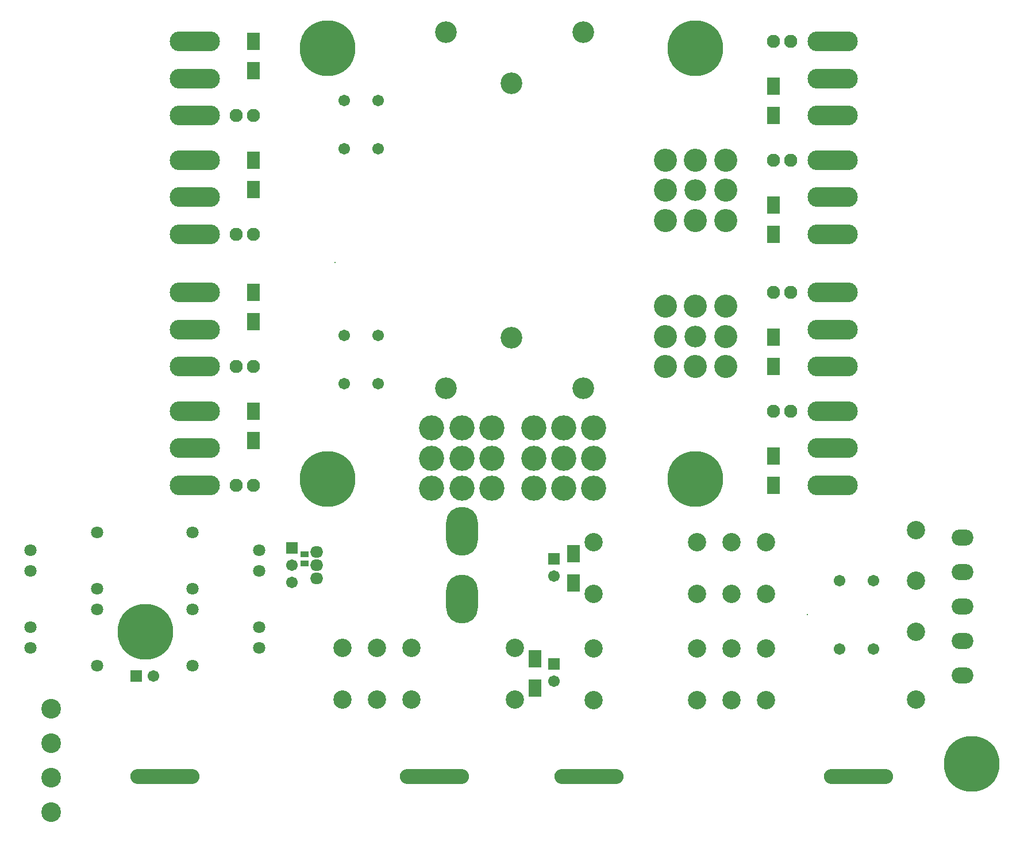
<source format=gbs>
G04*
G04 #@! TF.GenerationSoftware,Altium Limited,Altium Designer,22.8.2 (66)*
G04*
G04 Layer_Color=16711935*
%FSLAX44Y44*%
%MOMM*%
G71*
G04*
G04 #@! TF.SameCoordinates,40631429-7DBC-4EA8-B2E3-056BE841FA50*
G04*
G04*
G04 #@! TF.FilePolarity,Negative*
G04*
G01*
G75*
%ADD14C,3.7032*%
%ADD15C,3.2032*%
%ADD16C,0.2032*%
%ADD17C,2.7032*%
%ADD18C,3.4032*%
%ADD19C,1.7032*%
%ADD20C,1.8032*%
%ADD21O,7.4032X2.9532*%
%ADD22O,1.9032X1.7032*%
%ADD23O,4.7032X7.2032*%
%ADD24O,10.2032X2.2032*%
%ADD25C,2.9032*%
%ADD26O,3.2032X2.4032*%
%ADD27C,8.2032*%
%ADD28R,1.7032X1.7032*%
%ADD29R,1.7032X1.7032*%
%ADD30C,1.9532*%
%ADD51R,1.9532X2.6532*%
%ADD52R,1.1532X0.9032*%
D14*
X1323730Y1070320D02*
D03*
X1279380Y1114670D02*
D03*
X1323730D02*
D03*
X1368080D02*
D03*
X1279380Y1070320D02*
D03*
X1368080D02*
D03*
X1279380Y1025970D02*
D03*
X1323730D02*
D03*
X1368080D02*
D03*
X1218080D02*
D03*
X1173730D02*
D03*
X1129380D02*
D03*
X1218080Y1070320D02*
D03*
X1129380D02*
D03*
X1218080Y1114670D02*
D03*
X1173730D02*
D03*
X1129380D02*
D03*
X1173730Y1070320D02*
D03*
D15*
X1517808Y1249850D02*
D03*
Y1465150D02*
D03*
X1247011Y1623060D02*
D03*
Y1248060D02*
D03*
X1149965Y1173060D02*
D03*
Y1698060D02*
D03*
X1352965Y1173060D02*
D03*
Y1698060D02*
D03*
D16*
X1682750Y839470D02*
D03*
X986790Y1359070D02*
D03*
D17*
X1842750Y964470D02*
D03*
Y889470D02*
D03*
Y814470D02*
D03*
Y714470D02*
D03*
X1048465Y714465D02*
D03*
Y790665D02*
D03*
X1520280Y869950D02*
D03*
X1571080D02*
D03*
X1621880D02*
D03*
X1520280Y946150D02*
D03*
X1571080D02*
D03*
X1621880D02*
D03*
X1368080Y869950D02*
D03*
Y946150D02*
D03*
X1251465Y714465D02*
D03*
Y790665D02*
D03*
X997665Y714465D02*
D03*
X1099265D02*
D03*
X997665Y790665D02*
D03*
X1099265D02*
D03*
X1520280Y713740D02*
D03*
X1571080D02*
D03*
X1621880D02*
D03*
X1520280Y789940D02*
D03*
X1571080D02*
D03*
X1621880D02*
D03*
X1368080Y713740D02*
D03*
Y789940D02*
D03*
D18*
X1473458Y1509500D02*
D03*
X1517808D02*
D03*
X1562158D02*
D03*
X1473458Y1465150D02*
D03*
X1562158D02*
D03*
X1473458Y1420800D02*
D03*
X1517808D02*
D03*
X1562158D02*
D03*
X1473458Y1294200D02*
D03*
X1517808D02*
D03*
X1562158D02*
D03*
X1473458Y1249850D02*
D03*
X1562158D02*
D03*
X1473458Y1205500D02*
D03*
X1517808D02*
D03*
X1562158D02*
D03*
D19*
X1730540Y788670D02*
D03*
X1780540D02*
D03*
X1050760Y1179830D02*
D03*
X1000760D02*
D03*
X1050760Y1250950D02*
D03*
X1000760D02*
D03*
Y1526540D02*
D03*
X1050760D02*
D03*
X1000760Y1597660D02*
D03*
X1050760D02*
D03*
X1780540Y889470D02*
D03*
X1730540D02*
D03*
X1309772Y896620D02*
D03*
X719340Y749300D02*
D03*
X923290Y912660D02*
D03*
Y887260D02*
D03*
X1309772Y741680D02*
D03*
D20*
X636317Y847115D02*
D03*
X538179Y820819D02*
D03*
X776957Y847115D02*
D03*
X875095Y820819D02*
D03*
X776957Y764092D02*
D03*
X875095Y790388D02*
D03*
Y934272D02*
D03*
X776957Y960568D02*
D03*
X636317Y764092D02*
D03*
X538179Y790388D02*
D03*
X776957Y877545D02*
D03*
X875095Y903841D02*
D03*
X538179Y934272D02*
D03*
X636317Y960568D02*
D03*
Y877545D02*
D03*
X538179Y903841D02*
D03*
D21*
X1720000Y1030500D02*
D03*
Y1085000D02*
D03*
Y1139500D02*
D03*
Y1205500D02*
D03*
Y1260000D02*
D03*
Y1314500D02*
D03*
Y1400500D02*
D03*
Y1455000D02*
D03*
Y1509500D02*
D03*
Y1575500D02*
D03*
Y1630000D02*
D03*
Y1684500D02*
D03*
X779999Y1630000D02*
D03*
Y1684500D02*
D03*
Y1575500D02*
D03*
Y1509500D02*
D03*
Y1455000D02*
D03*
Y1400500D02*
D03*
Y1314500D02*
D03*
Y1260000D02*
D03*
Y1205500D02*
D03*
Y1030500D02*
D03*
Y1085000D02*
D03*
Y1139500D02*
D03*
D22*
X959730Y912660D02*
D03*
X959730Y893560D02*
D03*
X959730Y931760D02*
D03*
D23*
X1173730Y862660D02*
D03*
Y962660D02*
D03*
D24*
X736280Y600710D02*
D03*
X1361440D02*
D03*
X1758320D02*
D03*
X1133160D02*
D03*
D25*
X568960Y701040D02*
D03*
Y650240D02*
D03*
Y599440D02*
D03*
Y548640D02*
D03*
D26*
X1911350Y953170D02*
D03*
Y902370D02*
D03*
Y851570D02*
D03*
Y800770D02*
D03*
Y749970D02*
D03*
D27*
X707390Y814070D02*
D03*
X1517808Y1675000D02*
D03*
X976214D02*
D03*
X1517808Y1040000D02*
D03*
X976214D02*
D03*
X1925000Y620000D02*
D03*
D28*
X1309772Y922020D02*
D03*
X923290Y938060D02*
D03*
X1309772Y767080D02*
D03*
D29*
X693940Y749300D02*
D03*
D30*
X1658620Y1314500D02*
D03*
X1633220D02*
D03*
X1658620Y1139500D02*
D03*
X1633220D02*
D03*
X1658620Y1509500D02*
D03*
X1633220D02*
D03*
X1658620Y1684500D02*
D03*
X1633220D02*
D03*
X866779Y1030500D02*
D03*
X841379D02*
D03*
X866779Y1400500D02*
D03*
X841379D02*
D03*
X866779Y1575500D02*
D03*
X841379D02*
D03*
X866779Y1205500D02*
D03*
X841379D02*
D03*
D51*
X1338580Y929296D02*
D03*
Y886296D02*
D03*
X1281430Y731319D02*
D03*
Y774319D02*
D03*
X1633220Y1443500D02*
D03*
Y1400500D02*
D03*
X866779Y1314500D02*
D03*
Y1271500D02*
D03*
Y1466500D02*
D03*
Y1509500D02*
D03*
X1633220Y1575500D02*
D03*
Y1618500D02*
D03*
X866779Y1641500D02*
D03*
Y1684500D02*
D03*
Y1096500D02*
D03*
Y1139500D02*
D03*
X1633220Y1030500D02*
D03*
Y1073500D02*
D03*
Y1205500D02*
D03*
Y1248500D02*
D03*
D52*
X942340Y928520D02*
D03*
Y915520D02*
D03*
M02*

</source>
